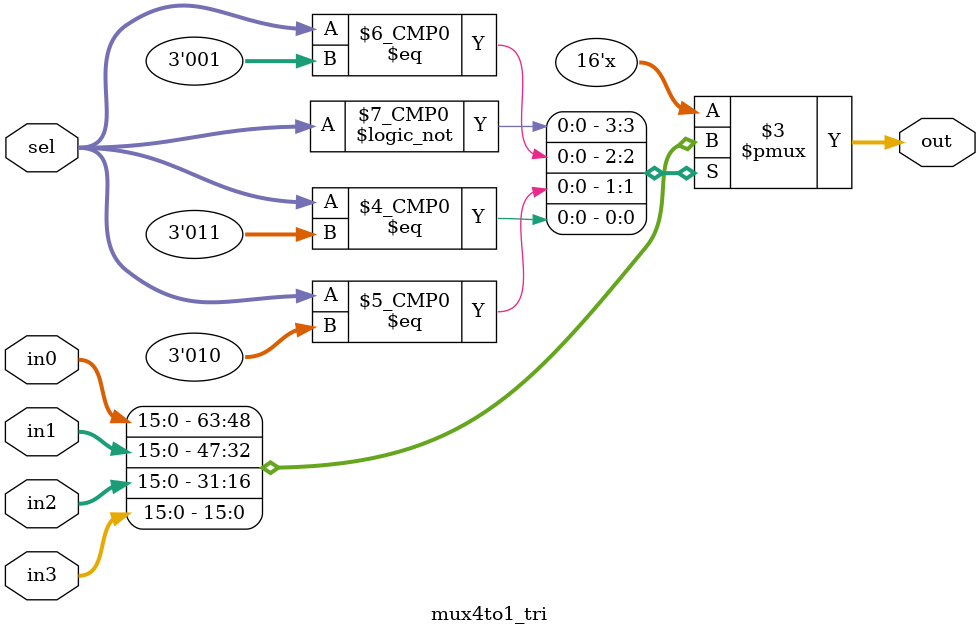
<source format=sv>

module tri_state (input logic gate_marmux,
					 input logic gate_pc,
					 input logic gate_alu,
					 input logic gate_mdr,
					 input logic [15:0] MAR_data,
					 input logic [15:0] PC_data,
					 input logic [15:0] ALU_data,
					 input logic [15:0] MDR_data,
					 output logic [15:0]Dout);
					 
		
		logic [2:0] SEL;
		
		logic [3:0] allsignal;
		
		assign allsignal = {gate_marmux, gate_pc, gate_alu, gate_mdr};
		
		
		always@(allsignal)
			begin
				if(allsignal[3])
					SEL = 3'b000;
				else if(allsignal[2])
					SEL = 3'b001;
				else if(allsignal[1])
					SEL = 3'b010;
				else	if(allsignal[0])
					SEL = 3'b011;
				else
					SEL =3'b100;
			end
			
			
			
		
	
		//mux5to1 BUS_SELECT(.Din('{MAR_data[15:0], PC_data_data_data[15:0], ALU[15:0], MDR[15:0]}), .Selectbits4to1(SEL), .Dout(BUS));
		
		mux4to1_tri BUS_SELECT(.in0(MAR_data), .in1(PC_data), .in2(ALU_data), .in3(MDR_data), .out(Dout), .sel(SEL));
		
endmodule 


module mux4to1_tri (input logic [15:0] in0, in1, in2, in3, 
								  input logic [2:0] sel,
								  output logic [15:0] out);
								  
					
					always_comb
						begin 
							case(sel)
							3'b000: out = in0;
							3'b001: out = in1;
							3'b010: out = in2;
							3'b011: out = in3;
							default: out = 16'bZ;
							endcase
						end
endmodule 
					
</source>
